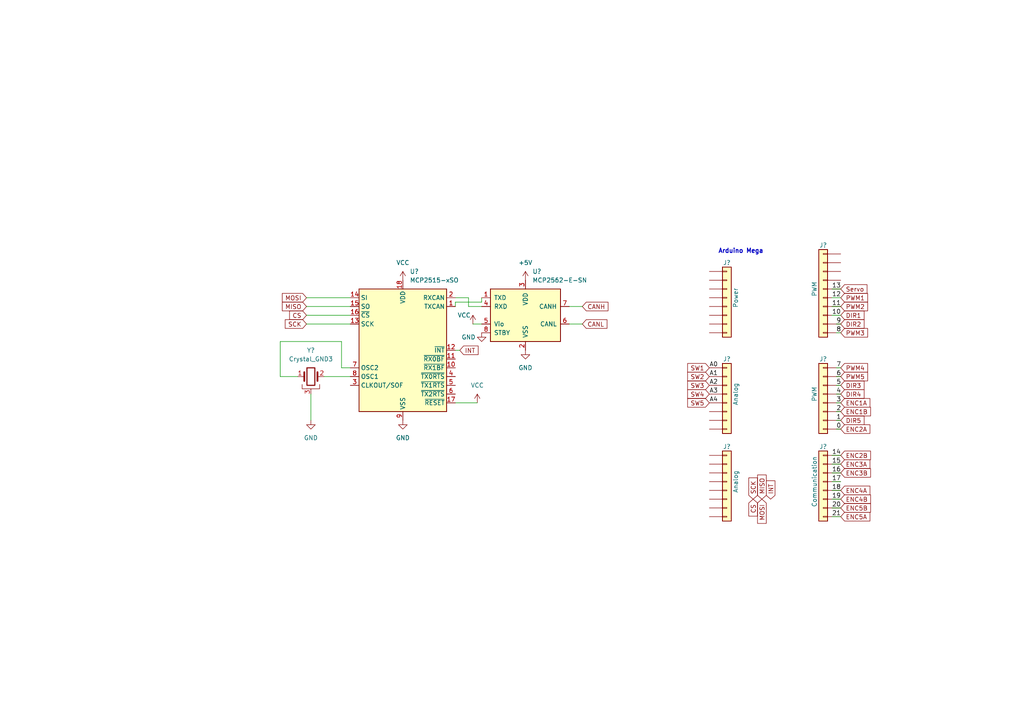
<source format=kicad_sch>
(kicad_sch (version 20211123) (generator eeschema)
  (paper "A4")
  (lib_symbols
    (symbol "Conn_01x08_1" (pin_numbers hide) (pin_names (offset 1.016) hide)
      (property "Reference" "J" (at 0 10.16 0))
      (property "Value" "Conn_01x08_1" (at 0 -12.7 0))
      (symbol "Conn_01x08_1_1_1"
        (rectangle (start -1.27 -10.033) (end 0 -10.287) (stroke (width 0.1524)))
        (rectangle (start -1.27 -7.493) (end 0 -7.747) (stroke (width 0.1524)))
        (rectangle (start -1.27 -4.953) (end 0 -5.207) (stroke (width 0.1524)))
        (rectangle (start -1.27 -2.413) (end 0 -2.667) (stroke (width 0.1524)))
        (rectangle (start -1.27 0.127) (end 0 -0.127) (stroke (width 0.1524)))
        (rectangle (start -1.27 2.667) (end 0 2.413) (stroke (width 0.1524)))
        (rectangle (start -1.27 5.207) (end 0 4.953) (stroke (width 0.1524)))
        (rectangle (start -1.27 7.747) (end 0 7.493) (stroke (width 0.1524)))
        (rectangle (start -1.27 8.89) (end 1.27 -11.43) (stroke (width 0.254)) (fill (type background)))
        (pin passive line (at -5.08 7.62 0) (length 3.81) (name "Pin_1") (number "1"))
        (pin passive line (at -5.08 5.08 0) (length 3.81) (name "Pin_2") (number "2"))
        (pin passive line (at -5.08 2.54 0) (length 3.81) (name "Pin_3") (number "3"))
        (pin passive line (at -5.08 0 0) (length 3.81) (name "Pin_4") (number "4"))
        (pin passive line (at -5.08 -2.54 0) (length 3.81) (name "Pin_5") (number "5"))
        (pin passive line (at -5.08 -5.08 0) (length 3.81) (name "Pin_6") (number "6"))
        (pin passive line (at -5.08 -7.62 0) (length 3.81) (name "Pin_7") (number "7"))
        (pin passive line (at -5.08 -10.16 0) (length 3.81) (name "Pin_8") (number "8"))
      )
    )
    (symbol "Conn_01x08_2" (pin_numbers hide) (pin_names (offset 1.016) hide)
      (property "Reference" "J" (at 0 10.16 0))
      (property "Value" "Conn_01x08_2" (at 0 -12.7 0))
      (symbol "Conn_01x08_2_1_1"
        (rectangle (start -1.27 -10.033) (end 0 -10.287) (stroke (width 0.1524)))
        (rectangle (start -1.27 -7.493) (end 0 -7.747) (stroke (width 0.1524)))
        (rectangle (start -1.27 -4.953) (end 0 -5.207) (stroke (width 0.1524)))
        (rectangle (start -1.27 -2.413) (end 0 -2.667) (stroke (width 0.1524)))
        (rectangle (start -1.27 0.127) (end 0 -0.127) (stroke (width 0.1524)))
        (rectangle (start -1.27 2.667) (end 0 2.413) (stroke (width 0.1524)))
        (rectangle (start -1.27 5.207) (end 0 4.953) (stroke (width 0.1524)))
        (rectangle (start -1.27 7.747) (end 0 7.493) (stroke (width 0.1524)))
        (rectangle (start -1.27 8.89) (end 1.27 -11.43) (stroke (width 0.254)) (fill (type background)))
        (pin passive line (at -5.08 7.62 0) (length 3.81) (name "Pin_1") (number "1"))
        (pin passive line (at -5.08 5.08 0) (length 3.81) (name "Pin_2") (number "2"))
        (pin passive line (at -5.08 2.54 0) (length 3.81) (name "Pin_3") (number "3"))
        (pin passive line (at -5.08 0 0) (length 3.81) (name "Pin_4") (number "4"))
        (pin passive line (at -5.08 -2.54 0) (length 3.81) (name "Pin_5") (number "5"))
        (pin passive line (at -5.08 -5.08 0) (length 3.81) (name "Pin_6") (number "6"))
        (pin passive line (at -5.08 -7.62 0) (length 3.81) (name "Pin_7") (number "7"))
        (pin passive line (at -5.08 -10.16 0) (length 3.81) (name "Pin_8") (number "8"))
      )
    )
    (symbol "Conn_01x08_3" (pin_numbers hide) (pin_names (offset 1.016) hide)
      (property "Reference" "J" (at 0 10.16 0))
      (property "Value" "Conn_01x08_3" (at 0 -12.7 0))
      (symbol "Conn_01x08_3_1_1"
        (rectangle (start -1.27 -10.033) (end 0 -10.287) (stroke (width 0.1524)))
        (rectangle (start -1.27 -7.493) (end 0 -7.747) (stroke (width 0.1524)))
        (rectangle (start -1.27 -4.953) (end 0 -5.207) (stroke (width 0.1524)))
        (rectangle (start -1.27 -2.413) (end 0 -2.667) (stroke (width 0.1524)))
        (rectangle (start -1.27 0.127) (end 0 -0.127) (stroke (width 0.1524)))
        (rectangle (start -1.27 2.667) (end 0 2.413) (stroke (width 0.1524)))
        (rectangle (start -1.27 5.207) (end 0 4.953) (stroke (width 0.1524)))
        (rectangle (start -1.27 7.747) (end 0 7.493) (stroke (width 0.1524)))
        (rectangle (start -1.27 8.89) (end 1.27 -11.43) (stroke (width 0.254)) (fill (type background)))
        (pin passive line (at -5.08 7.62 0) (length 3.81) (name "Pin_1") (number "1"))
        (pin passive line (at -5.08 5.08 0) (length 3.81) (name "Pin_2") (number "2"))
        (pin passive line (at -5.08 2.54 0) (length 3.81) (name "Pin_3") (number "3"))
        (pin passive line (at -5.08 0 0) (length 3.81) (name "Pin_4") (number "4"))
        (pin passive line (at -5.08 -2.54 0) (length 3.81) (name "Pin_5") (number "5"))
        (pin passive line (at -5.08 -5.08 0) (length 3.81) (name "Pin_6") (number "6"))
        (pin passive line (at -5.08 -7.62 0) (length 3.81) (name "Pin_7") (number "7"))
        (pin passive line (at -5.08 -10.16 0) (length 3.81) (name "Pin_8") (number "8"))
      )
    )
    (symbol "Conn_01x08_4" (pin_numbers hide) (pin_names (offset 1.016) hide)
      (property "Reference" "J" (at 0 10.16 0))
      (property "Value" "Conn_01x08_4" (at 0 -12.7 0))
      (symbol "Conn_01x08_4_1_1"
        (rectangle (start -1.27 -10.033) (end 0 -10.287) (stroke (width 0.1524)))
        (rectangle (start -1.27 -7.493) (end 0 -7.747) (stroke (width 0.1524)))
        (rectangle (start -1.27 -4.953) (end 0 -5.207) (stroke (width 0.1524)))
        (rectangle (start -1.27 -2.413) (end 0 -2.667) (stroke (width 0.1524)))
        (rectangle (start -1.27 0.127) (end 0 -0.127) (stroke (width 0.1524)))
        (rectangle (start -1.27 2.667) (end 0 2.413) (stroke (width 0.1524)))
        (rectangle (start -1.27 5.207) (end 0 4.953) (stroke (width 0.1524)))
        (rectangle (start -1.27 7.747) (end 0 7.493) (stroke (width 0.1524)))
        (rectangle (start -1.27 8.89) (end 1.27 -11.43) (stroke (width 0.254)) (fill (type background)))
        (pin passive line (at -5.08 7.62 0) (length 3.81) (name "Pin_1") (number "1"))
        (pin passive line (at -5.08 5.08 0) (length 3.81) (name "Pin_2") (number "2"))
        (pin passive line (at -5.08 2.54 0) (length 3.81) (name "Pin_3") (number "3"))
        (pin passive line (at -5.08 0 0) (length 3.81) (name "Pin_4") (number "4"))
        (pin passive line (at -5.08 -2.54 0) (length 3.81) (name "Pin_5") (number "5"))
        (pin passive line (at -5.08 -5.08 0) (length 3.81) (name "Pin_6") (number "6"))
        (pin passive line (at -5.08 -7.62 0) (length 3.81) (name "Pin_7") (number "7"))
        (pin passive line (at -5.08 -10.16 0) (length 3.81) (name "Pin_8") (number "8"))
      )
    )
    (symbol "Connector_Generic:Conn_01x08" (pin_numbers hide) (pin_names (offset 1.016) hide)
      (property "Reference" "J" (at 0 10.16 0))
      (property "Value" "Conn_01x08" (at 0 -12.7 0))
      (symbol "Conn_01x08_1_1"
        (rectangle (start -1.27 -10.033) (end 0 -10.287) (stroke (width 0.1524)))
        (rectangle (start -1.27 -7.493) (end 0 -7.747) (stroke (width 0.1524)))
        (rectangle (start -1.27 -4.953) (end 0 -5.207) (stroke (width 0.1524)))
        (rectangle (start -1.27 -2.413) (end 0 -2.667) (stroke (width 0.1524)))
        (rectangle (start -1.27 0.127) (end 0 -0.127) (stroke (width 0.1524)))
        (rectangle (start -1.27 2.667) (end 0 2.413) (stroke (width 0.1524)))
        (rectangle (start -1.27 5.207) (end 0 4.953) (stroke (width 0.1524)))
        (rectangle (start -1.27 7.747) (end 0 7.493) (stroke (width 0.1524)))
        (rectangle (start -1.27 8.89) (end 1.27 -11.43) (stroke (width 0.254)) (fill (type background)))
        (pin passive line (at -5.08 7.62 0) (length 3.81) (name "Pin_1") (number "1"))
        (pin passive line (at -5.08 5.08 0) (length 3.81) (name "Pin_2") (number "2"))
        (pin passive line (at -5.08 2.54 0) (length 3.81) (name "Pin_3") (number "3"))
        (pin passive line (at -5.08 0 0) (length 3.81) (name "Pin_4") (number "4"))
        (pin passive line (at -5.08 -2.54 0) (length 3.81) (name "Pin_5") (number "5"))
        (pin passive line (at -5.08 -5.08 0) (length 3.81) (name "Pin_6") (number "6"))
        (pin passive line (at -5.08 -7.62 0) (length 3.81) (name "Pin_7") (number "7"))
        (pin passive line (at -5.08 -10.16 0) (length 3.81) (name "Pin_8") (number "8"))
      )
    )
    (symbol "Connector_Generic:Conn_01x10" (pin_numbers hide) (pin_names (offset 1.016) hide)
      (property "Reference" "J" (at 0 12.7 0))
      (property "Value" "Conn_01x10" (at 0 -15.24 0))
      (symbol "Conn_01x10_1_1"
        (rectangle (start -1.27 -12.573) (end 0 -12.827) (stroke (width 0.1524)))
        (rectangle (start -1.27 -10.033) (end 0 -10.287) (stroke (width 0.1524)))
        (rectangle (start -1.27 -7.493) (end 0 -7.747) (stroke (width 0.1524)))
        (rectangle (start -1.27 -4.953) (end 0 -5.207) (stroke (width 0.1524)))
        (rectangle (start -1.27 -2.413) (end 0 -2.667) (stroke (width 0.1524)))
        (rectangle (start -1.27 0.127) (end 0 -0.127) (stroke (width 0.1524)))
        (rectangle (start -1.27 2.667) (end 0 2.413) (stroke (width 0.1524)))
        (rectangle (start -1.27 5.207) (end 0 4.953) (stroke (width 0.1524)))
        (rectangle (start -1.27 7.747) (end 0 7.493) (stroke (width 0.1524)))
        (rectangle (start -1.27 10.287) (end 0 10.033) (stroke (width 0.1524)))
        (rectangle (start -1.27 11.43) (end 1.27 -13.97) (stroke (width 0.254)) (fill (type background)))
        (pin passive line (at -5.08 10.16 0) (length 3.81) (name "Pin_1") (number "1"))
        (pin passive line (at -5.08 -12.7 0) (length 3.81) (name "Pin_10") (number "10"))
        (pin passive line (at -5.08 7.62 0) (length 3.81) (name "Pin_2") (number "2"))
        (pin passive line (at -5.08 5.08 0) (length 3.81) (name "Pin_3") (number "3"))
        (pin passive line (at -5.08 2.54 0) (length 3.81) (name "Pin_4") (number "4"))
        (pin passive line (at -5.08 0 0) (length 3.81) (name "Pin_5") (number "5"))
        (pin passive line (at -5.08 -2.54 0) (length 3.81) (name "Pin_6") (number "6"))
        (pin passive line (at -5.08 -5.08 0) (length 3.81) (name "Pin_7") (number "7"))
        (pin passive line (at -5.08 -7.62 0) (length 3.81) (name "Pin_8") (number "8"))
        (pin passive line (at -5.08 -10.16 0) (length 3.81) (name "Pin_9") (number "9"))
      )
    )
    (symbol "Device:Crystal_GND3" (pin_names (offset 1.016) hide)
      (property "Reference" "Y" (at 0 5.715 0))
      (property "Value" "Crystal_GND3" (at 0 3.81 0))
      (symbol "Crystal_GND3_0_1"
        (rectangle (start -1.143 2.54) (end 1.143 -2.54) (stroke (width 0.3048)))
        (polyline (pts (xy -2.54 0) (xy -1.905 0)))
        (polyline (pts (xy -1.905 -1.27) (xy -1.905 1.27)) (stroke (width 0.508)))
        (polyline (pts (xy 0 -3.81) (xy 0 -3.556)))
        (polyline (pts (xy 1.905 0) (xy 2.54 0)))
        (polyline (pts (xy 1.905 1.27) (xy 1.905 -1.27)) (stroke (width 0.508)))
        (polyline (pts (xy -2.54 -2.286) (xy -2.54 -3.556) (xy 2.54 -3.556) (xy 2.54 -2.286)))
      )
      (symbol "Crystal_GND3_1_1"
        (pin passive line (at -3.81 0 0) (length 1.27) (name "1") (number "1"))
        (pin passive line (at 3.81 0 180) (length 1.27) (name "2") (number "2"))
        (pin passive line (at 0 -5.08 90) (length 1.27) (name "3") (number "3"))
      )
    )
    (symbol "Interface_CAN_LIN:MCP2515-xSO"
      (property "Reference" "U" (at -10.16 19.685 0))
      (property "Value" "MCP2515-xSO" (at 19.05 20.32 0))
      (symbol "MCP2515-xSO_0_1"
        (rectangle (start -12.7 17.78) (end 12.7 -17.78) (stroke (width 0.254)) (fill (type background)))
      )
      (symbol "MCP2515-xSO_1_1"
        (pin output line (at 15.24 12.7 180) (length 2.54) (name "TXCAN") (number "1"))
        (pin output line (at 15.24 -5.08 180) (length 2.54) (name "~{RX1BF}") (number "10"))
        (pin output line (at 15.24 -2.54 180) (length 2.54) (name "~{RX0BF}") (number "11"))
        (pin output line (at 15.24 0 180) (length 2.54) (name "~{INT}") (number "12"))
        (pin input line (at -15.24 7.62 0) (length 2.54) (name "SCK") (number "13"))
        (pin input line (at -15.24 15.24 0) (length 2.54) (name "SI") (number "14"))
        (pin output line (at -15.24 12.7 0) (length 2.54) (name "SO") (number "15"))
        (pin input line (at -15.24 10.16 0) (length 2.54) (name "~{CS}") (number "16"))
        (pin input line (at 15.24 -15.24 180) (length 2.54) (name "~{RESET}") (number "17"))
        (pin power_in line (at 0 20.32 270) (length 2.54) (name "VDD") (number "18"))
        (pin input line (at 15.24 15.24 180) (length 2.54) (name "RXCAN") (number "2"))
        (pin output line (at -15.24 -10.16 0) (length 2.54) (name "CLKOUT/SOF") (number "3"))
        (pin input line (at 15.24 -7.62 180) (length 2.54) (name "~{TX0RTS}") (number "4"))
        (pin input line (at 15.24 -10.16 180) (length 2.54) (name "~{TX1RTS}") (number "5"))
        (pin input line (at 15.24 -12.7 180) (length 2.54) (name "~{TX2RTS}") (number "6"))
        (pin output line (at -15.24 -5.08 0) (length 2.54) (name "OSC2") (number "7"))
        (pin input line (at -15.24 -7.62 0) (length 2.54) (name "OSC1") (number "8"))
        (pin power_in line (at 0 -20.32 90) (length 2.54) (name "VSS") (number "9"))
      )
    )
    (symbol "Interface_CAN_LIN:MCP2562-E-SN" (pin_names (offset 1.016))
      (property "Reference" "U" (at -10.16 8.89 0))
      (property "Value" "MCP2562-E-SN" (at 2.54 8.89 0))
      (symbol "MCP2562-E-SN_0_1"
        (rectangle (start -10.16 7.62) (end 10.16 -7.62) (stroke (width 0.254)) (fill (type background)))
      )
      (symbol "MCP2562-E-SN_1_1"
        (pin input line (at -12.7 5.08 0) (length 2.54) (name "TXD") (number "1"))
        (pin power_in line (at 0 -10.16 90) (length 2.54) (name "VSS") (number "2"))
        (pin power_in line (at 0 10.16 270) (length 2.54) (name "VDD") (number "3"))
        (pin output line (at -12.7 2.54 0) (length 2.54) (name "RXD") (number "4"))
        (pin power_in line (at -12.7 -2.54 0) (length 2.54) (name "Vio") (number "5"))
        (pin bidirectional line (at 12.7 -2.54 180) (length 2.54) (name "CANL") (number "6"))
        (pin bidirectional line (at 12.7 2.54 180) (length 2.54) (name "CANH") (number "7"))
        (pin input line (at -12.7 -5.08 0) (length 2.54) (name "STBY") (number "8"))
      )
    )
    (symbol "power:+5V" (power) (pin_names (offset 0))
      (property "Value" "+5V" (at 0 3.556 0))
      (symbol "+5V_0_1"
        (polyline (pts (xy -0.762 1.27) (xy 0 2.54)))
        (polyline (pts (xy 0 0) (xy 0 2.54)))
        (polyline (pts (xy 0 2.54) (xy 0.762 1.27)))
      )
      (symbol "+5V_1_1"
        (pin power_in line (at 0 0 90) (length 0) hide (name "+5V") (number "1"))
      )
    )
    (symbol "power:GND" (power) (pin_names (offset 0))
      (property "Value" "GND" (at 0 -3.81 0))
      (symbol "GND_0_1"
        (polyline (pts (xy 0 0) (xy 0 -1.27) (xy 1.27 -1.27) (xy 0 -2.54) (xy -1.27 -1.27) (xy 0 -1.27)))
      )
      (symbol "GND_1_1"
        (pin power_in line (at 0 0 270) (length 0) hide (name "GND") (number "1"))
      )
    )
    (symbol "power:VCC" (power) (pin_names (offset 0))
      (property "Value" "VCC" (at 0 3.81 0))
      (symbol "VCC_0_1"
        (polyline (pts (xy -0.762 1.27) (xy 0 2.54)))
        (polyline (pts (xy 0 0) (xy 0 2.54)))
        (polyline (pts (xy 0 2.54) (xy 0.762 1.27)))
      )
      (symbol "VCC_1_1"
        (pin power_in line (at 0 0 90) (length 0) hide (name "VCC") (number "1"))
      )
    )
  )
  (wire (pts (xy 241.3 91.44) (xy 243.84 91.44)))
  (wire (pts (xy 242.57 121.92) (xy 243.84 121.92)))
  (wire (pts (xy 242.57 96.52) (xy 243.84 96.52)))
  (wire (pts (xy 132.08 116.84) (xy 138.43 116.84)))
  (wire (pts (xy 241.3 139.7) (xy 243.84 139.7)))
  (wire (pts (xy 241.3 147.32) (xy 243.84 147.32)))
  (wire (pts (xy 242.57 93.98) (xy 243.84 93.98)))
  (wire (pts (xy 241.3 142.24) (xy 243.84 142.24)))
  (wire (pts (xy 242.57 114.3) (xy 243.84 114.3)))
  (wire (pts (xy 241.3 88.9) (xy 243.84 88.9)))
  (wire (pts (xy 88.9 86.36) (xy 101.6 86.36)))
  (wire (pts (xy 132.08 87.63) (xy 132.08 88.9)))
  (wire (pts (xy 242.57 119.38) (xy 243.84 119.38)))
  (wire (pts (xy 242.57 111.76) (xy 243.84 111.76)))
  (wire (pts (xy 165.1 93.98) (xy 168.91 93.98)))
  (wire (pts (xy 139.7 87.63) (xy 132.08 87.63)))
  (wire (pts (xy 86.36 109.22) (xy 81.28 109.22)))
  (wire (pts (xy 241.3 132.08) (xy 243.84 132.08)))
  (wire (pts (xy 137.16 93.98) (xy 139.7 93.98)))
  (wire (pts (xy 81.28 99.06) (xy 99.06 99.06)))
  (wire (pts (xy 241.3 144.78) (xy 243.84 144.78)))
  (wire (pts (xy 242.57 124.46) (xy 243.84 124.46)))
  (wire (pts (xy 93.98 109.22) (xy 101.6 109.22)))
  (wire (pts (xy 99.06 106.68) (xy 101.6 106.68)))
  (wire (pts (xy 242.57 106.68) (xy 243.84 106.68)))
  (wire (pts (xy 88.9 88.9) (xy 101.6 88.9)))
  (wire (pts (xy 241.3 83.82) (xy 243.84 83.82)))
  (wire (pts (xy 135.89 86.36) (xy 135.89 88.9)))
  (wire (pts (xy 88.9 93.98) (xy 101.6 93.98)))
  (wire (pts (xy 132.08 86.36) (xy 135.89 86.36)))
  (wire (pts (xy 99.06 99.06) (xy 99.06 106.68)))
  (wire (pts (xy 241.3 149.86) (xy 243.84 149.86)))
  (wire (pts (xy 241.3 134.62) (xy 243.84 134.62)))
  (wire (pts (xy 81.28 109.22) (xy 81.28 99.06)))
  (wire (pts (xy 88.9 91.44) (xy 101.6 91.44)))
  (wire (pts (xy 165.1 88.9) (xy 168.91 88.9)))
  (wire (pts (xy 139.7 86.36) (xy 139.7 87.63)))
  (wire (pts (xy 241.3 137.16) (xy 243.84 137.16)))
  (wire (pts (xy 90.17 121.92) (xy 90.17 114.3)))
  (wire (pts (xy 242.57 109.22) (xy 243.84 109.22)))
  (wire (pts (xy 135.89 88.9) (xy 139.7 88.9)))
  (wire (pts (xy 241.3 86.36) (xy 243.84 86.36)))
  (wire (pts (xy 242.57 116.84) (xy 243.84 116.84)))
  (wire (pts (xy 133.35 101.6) (xy 132.08 101.6)))
  (text "Arduino Mega" (at 208.28 73.66 0) (effects (font (size 1.27 1.27) (thickness 0.254) bold) (justify left bottom)))
  (label "A3" (at 205.74 114.3 0))
  (label "0" (at 242.57 124.46 0))
  (label "8" (at 242.57 96.52 0))
  (label "17" (at 241.3 139.7 0))
  (label "15" (at 241.3 134.62 0))
  (label "7" (at 242.57 106.68 0))
  (label "12" (at 241.3 86.36 0))
  (label "21" (at 241.3 149.86 0))
  (label "14" (at 241.3 132.08 0))
  (label "2" (at 242.57 119.38 0))
  (label "18" (at 241.3 142.24 0))
  (label "19" (at 241.3 144.78 0))
  (label "A2" (at 205.74 111.76 0))
  (label "5" (at 242.57 111.76 0))
  (label "3" (at 242.57 116.84 0))
  (label "6" (at 242.57 109.22 0))
  (label "16" (at 241.3 137.16 0))
  (label "11" (at 241.3 88.9 0))
  (label "10" (at 241.3 91.44 0))
  (label "4" (at 242.57 114.3 0))
  (label "A1" (at 205.74 109.22 0))
  (label "9" (at 242.57 93.98 0))
  (label "A4" (at 205.74 116.84 0))
  (label "13" (at 241.3 83.82 0))
  (label "A0" (at 205.74 106.68 0))
  (label "1" (at 242.57 121.92 0))
  (label "20" (at 241.3 147.32 0))
  (global_label "SW4" (shape input) (at 205.74 114.3 180) (property "Intersheet References" "${INTERSHEET_REFS}" (effects hide)))
  (global_label "ENC2B" (shape input) (at 243.84 132.08 0) (property "Intersheet References" "${INTERSHEET_REFS}" (effects hide)))
  (global_label "CS" (shape input) (at 88.9 91.44 180) (property "Intersheet References" "${INTERSHEET_REFS}" (effects hide)))
  (global_label "CS" (shape input) (at 218.44 144.78 270) (property "Intersheet References" "${INTERSHEET_REFS}" (effects hide)))
  (global_label "CANH" (shape input) (at 168.91 88.9 0) (property "Intersheet References" "${INTERSHEET_REFS}" (effects hide)))
  (global_label "PWM4" (shape input) (at 243.84 106.68 0) (property "Intersheet References" "${INTERSHEET_REFS}" (effects hide)))
  (global_label "MISO" (shape input) (at 88.9 88.9 180) (property "Intersheet References" "${INTERSHEET_REFS}" (effects hide)))
  (global_label "PWM1" (shape input) (at 243.84 86.36 0) (property "Intersheet References" "${INTERSHEET_REFS}" (effects hide)))
  (global_label "ENC4B" (shape input) (at 243.84 144.78 0) (property "Intersheet References" "${INTERSHEET_REFS}" (effects hide)))
  (global_label "PWM2" (shape input) (at 243.84 88.9 0) (property "Intersheet References" "${INTERSHEET_REFS}" (effects hide)))
  (global_label "DIR4" (shape input) (at 243.84 114.3 0) (property "Intersheet References" "${INTERSHEET_REFS}" (effects hide)))
  (global_label "DIR5" (shape input) (at 243.84 121.92 0) (property "Intersheet References" "${INTERSHEET_REFS}" (effects hide)))
  (global_label "INT" (shape input) (at 133.35 101.6 0) (property "Intersheet References" "${INTERSHEET_REFS}" (effects hide)))
  (global_label "SW3" (shape input) (at 205.74 111.76 180) (property "Intersheet References" "${INTERSHEET_REFS}" (effects hide)))
  (global_label "DIR1" (shape input) (at 243.84 91.44 0) (property "Intersheet References" "${INTERSHEET_REFS}" (effects hide)))
  (global_label "ENC1A" (shape input) (at 243.84 116.84 0) (property "Intersheet References" "${INTERSHEET_REFS}" (effects hide)))
  (global_label "SW1" (shape input) (at 205.74 106.68 180) (property "Intersheet References" "${INTERSHEET_REFS}" (effects hide)))
  (global_label "ENC5A" (shape input) (at 243.84 149.86 0) (property "Intersheet References" "${INTERSHEET_REFS}" (effects hide)))
  (global_label "Servo" (shape input) (at 243.84 83.82 0) (property "Intersheet References" "${INTERSHEET_REFS}" (effects hide)))
  (global_label "PWM3" (shape input) (at 243.84 96.52 0) (property "Intersheet References" "${INTERSHEET_REFS}" (effects hide)))
  (global_label "INT" (shape input) (at 223.52 144.78 90) (property "Intersheet References" "${INTERSHEET_REFS}" (effects hide)))
  (global_label "DIR2" (shape input) (at 243.84 93.98 0) (property "Intersheet References" "${INTERSHEET_REFS}" (effects hide)))
  (global_label "SCK" (shape input) (at 218.44 144.78 90) (property "Intersheet References" "${INTERSHEET_REFS}" (effects hide)))
  (global_label "ENC3B" (shape input) (at 243.84 137.16 0) (property "Intersheet References" "${INTERSHEET_REFS}" (effects hide)))
  (global_label "PWM5" (shape input) (at 243.84 109.22 0) (property "Intersheet References" "${INTERSHEET_REFS}" (effects hide)))
  (global_label "DIR3" (shape input) (at 243.84 111.76 0) (property "Intersheet References" "${INTERSHEET_REFS}" (effects hide)))
  (global_label "MOSI" (shape input) (at 88.9 86.36 180) (property "Intersheet References" "${INTERSHEET_REFS}" (effects hide)))
  (global_label "SW5" (shape input) (at 205.74 116.84 180) (property "Intersheet References" "${INTERSHEET_REFS}" (effects hide)))
  (global_label "ENC4A" (shape input) (at 243.84 142.24 0) (property "Intersheet References" "${INTERSHEET_REFS}" (effects hide)))
  (global_label "MOSI" (shape input) (at 220.98 144.78 270) (property "Intersheet References" "${INTERSHEET_REFS}" (effects hide)))
  (global_label "MISO" (shape input) (at 220.98 144.78 90) (property "Intersheet References" "${INTERSHEET_REFS}" (effects hide)))
  (global_label "SCK" (shape input) (at 88.9 93.98 180) (property "Intersheet References" "${INTERSHEET_REFS}" (effects hide)))
  (global_label "ENC3A" (shape input) (at 243.84 134.62 0) (property "Intersheet References" "${INTERSHEET_REFS}" (effects hide)))
  (global_label "ENC1B" (shape input) (at 243.84 119.38 0) (property "Intersheet References" "${INTERSHEET_REFS}" (effects hide)))
  (global_label "ENC2A" (shape input) (at 243.84 124.46 0) (property "Intersheet References" "${INTERSHEET_REFS}" (effects hide)))
  (global_label "SW2" (shape input) (at 205.74 109.22 180) (property "Intersheet References" "${INTERSHEET_REFS}" (effects hide)))
  (global_label "ENC5B" (shape input) (at 243.84 147.32 0) (property "Intersheet References" "${INTERSHEET_REFS}" (effects hide)))
  (global_label "CANL" (shape input) (at 168.91 93.98 0) (property "Intersheet References" "${INTERSHEET_REFS}" (effects hide)))
  (symbol (lib_name "Conn_01x08_1") (lib_id "Connector_Generic:Conn_01x08") (at 238.76 114.3 0) (mirror y) (unit 1)
    (property "Reference" "J?" (at 238.76 104.14 0))
    (property "Value" "PWM" (at 236.22 114.3 90))
    (property "Footprint" "Connector_PinHeader_2.54mm:PinHeader_1x08_P2.54mm_Vertical" (effects hide))
  )
  (symbol (lib_id "power:GND") (at 116.84 121.92 0) (unit 1)
    (property "Reference" "#PWR?" (effects hide))
    (property "Value" "GND" (at 116.84 127 0))
  )
  (symbol (lib_name "Conn_01x08_2") (lib_id "Connector_Generic:Conn_01x08") (at 238.76 139.7 0) (mirror y) (unit 1)
    (property "Reference" "J?" (at 238.76 129.54 0))
    (property "Value" "Communication" (at 236.22 139.7 90))
    (property "Footprint" "Connector_PinHeader_2.54mm:PinHeader_1x08_P2.54mm_Vertical" (effects hide))
  )
  (symbol (lib_id "Interface_CAN_LIN:MCP2562-E-SN") (at 152.4 91.44 0) (unit 1)
    (property "Reference" "U?" (at 154.4194 78.74 0) (effects (justify left)))
    (property "Value" "MCP2562-E-SN" (at 154.4194 81.28 0) (effects (justify left)))
    (property "Footprint" "Package_SO:SOIC-8_3.9x4.9mm_P1.27mm" (effects hide))
    (property "Datasheet" "http://ww1.microchip.com/downloads/en/DeviceDoc/25167A.pdf" (effects hide))
  )
  (symbol (lib_id "power:GND") (at 139.7 96.52 0) (unit 1)
    (property "Reference" "#PWR?" (effects hide))
    (property "Value" "GND" (at 135.89 97.79 0))
  )
  (symbol (lib_id "Connector_Generic:Conn_01x08") (at 210.82 86.36 0) (unit 1)
    (property "Reference" "J?" (at 210.82 76.2 0))
    (property "Value" "Power" (at 213.36 86.36 90))
    (property "Footprint" "Connector_PinHeader_2.54mm:PinHeader_1x08_P2.54mm_Vertical" (effects hide))
  )
  (symbol (lib_id "power:GND") (at 90.17 121.92 0) (unit 1)
    (property "Reference" "#PWR?" (effects hide))
    (property "Value" "GND" (at 90.17 127 0))
  )
  (symbol (lib_id "Interface_CAN_LIN:MCP2515-xSO") (at 116.84 101.6 0) (unit 1)
    (property "Reference" "U?" (at 118.8594 78.74 0) (effects (justify left)))
    (property "Value" "MCP2515-xSO" (at 118.8594 81.28 0) (effects (justify left)))
    (property "Footprint" "Package_SO:SOIC-18W_7.5x11.6mm_P1.27mm" (effects hide))
    (property "Datasheet" "http://ww1.microchip.com/downloads/en/DeviceDoc/21801e.pdf" (effects hide))
  )
  (symbol (lib_id "Connector_Generic:Conn_01x10") (at 238.76 83.82 0) (mirror y) (unit 1)
    (property "Reference" "J?" (at 238.76 71.12 0))
    (property "Value" "PWM" (at 236.22 83.82 90))
    (property "Footprint" "Connector_PinHeader_2.54mm:PinHeader_1x10_P2.54mm_Vertical" (effects hide))
  )
  (symbol (lib_id "power:+5V") (at 152.4 81.28 0) (unit 1)
    (property "Reference" "#PWR?" (effects hide))
    (property "Value" "+5V" (at 152.4 76.2 0))
  )
  (symbol (lib_id "Device:Crystal_GND3") (at 90.17 109.22 0) (unit 1)
    (property "Reference" "Y?" (at 90.17 101.6 0))
    (property "Value" "Crystal_GND3" (at 90.17 104.14 0))
  )
  (symbol (lib_name "Conn_01x08_4") (lib_id "Connector_Generic:Conn_01x08") (at 210.82 114.3 0) (unit 1)
    (property "Reference" "J?" (at 210.82 104.14 0))
    (property "Value" "Analog" (at 213.36 114.3 90))
    (property "Footprint" "Connector_PinHeader_2.54mm:PinHeader_1x08_P2.54mm_Vertical" (effects hide))
  )
  (symbol (lib_id "power:VCC") (at 138.43 116.84 0) (unit 1)
    (property "Reference" "#PWR?" (effects hide))
    (property "Value" "VCC" (at 138.43 111.76 0))
  )
  (symbol (lib_id "power:GND") (at 152.4 101.6 0) (unit 1)
    (property "Reference" "#PWR?" (effects hide))
    (property "Value" "GND" (at 152.4 106.68 0))
  )
  (symbol (lib_id "power:VCC") (at 116.84 81.28 0) (unit 1)
    (property "Reference" "#PWR?" (effects hide))
    (property "Value" "VCC" (at 116.84 76.2 0))
  )
  (symbol (lib_name "Conn_01x08_3") (lib_id "Connector_Generic:Conn_01x08") (at 210.82 139.7 0) (unit 1)
    (property "Reference" "J?" (at 210.82 129.54 0))
    (property "Value" "Analog" (at 213.36 139.7 90))
    (property "Footprint" "Connector_PinHeader_2.54mm:PinHeader_1x08_P2.54mm_Vertical" (effects hide))
  )
  (symbol (lib_id "power:VCC") (at 137.16 93.98 0) (unit 1)
    (property "Reference" "#PWR?" (effects hide))
    (property "Value" "VCC" (at 134.62 91.44 0))
  )
)
</source>
